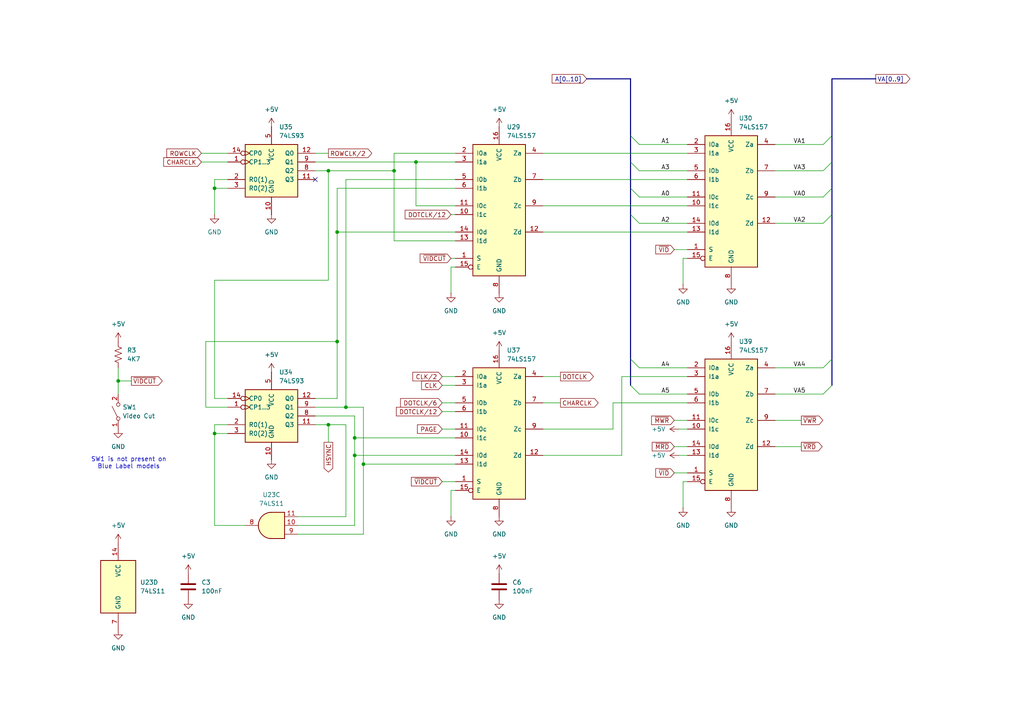
<source format=kicad_sch>
(kicad_sch (version 20231120) (generator "eeschema") (generator_version "8.0")
  (paper "A4")
  (title_block (title "Dick Smith System 80 Video and Cassette") (date "1980"))
  (lib_symbols
    (symbol "74xx:74LS11" (pin_names (offset 1.016))
      (property "Reference" "U" (at 0 1.27 0))
      (property "Value" "74LS11" (at 0 -1.27 0))
      (symbol "74LS11_1_1"
        (arc (start 0 -3.81) (mid 3.7934 0) (end 0 3.81) (stroke (width 0.254)) (fill (type background)))
        (polyline (pts (xy 0 3.81) (xy -3.81 3.81) (xy -3.81 -3.81) (xy 0 -3.81)) (stroke (width 0.254)) (fill (type background)))
        (pin input line (at -7.62 2.54 0) (length 3.81) (name "~") (number "1"))
        (pin output line (at 7.62 0 180) (length 3.81) (name "~") (number "12"))
        (pin input line (at -7.62 -2.54 0) (length 3.81) (name "~") (number "13"))
        (pin input line (at -7.62 0 0) (length 3.81) (name "~") (number "2"))
      )
      (symbol "74LS11_1_2"
        (arc (start -3.81 -3.81) (mid -2.589 0) (end -3.81 3.81) (stroke (width 0.254)))
        (arc (start -0.6096 -3.81) (mid 2.1842 -2.5851) (end 3.81 0) (stroke (width 0.254)) (fill (type background)))
        (polyline (pts (xy -3.81 -3.81) (xy -0.635 -3.81)) (stroke (width 0.254)) (fill (type background)))
        (polyline (pts (xy -3.81 3.81) (xy -0.635 3.81)) (stroke (width 0.254)) (fill (type background)))
        (polyline (pts (xy -0.635 3.81) (xy -3.81 3.81) (xy -3.81 3.81) (xy -3.556 3.4036) (xy -3.0226 2.2606) (xy -2.6924 1.0414) (xy -2.6162 -0.254) (xy -2.7686 -1.4986) (xy -3.175 -2.7178) (xy -3.81 -3.81) (xy -3.81 -3.81) (xy -0.635 -3.81)) (stroke (width -25.4)) (fill (type background)))
        (arc (start 3.81 0) (mid 2.1915 2.5936) (end -0.6096 3.81) (stroke (width 0.254)) (fill (type background)))
        (pin input inverted (at -7.62 2.54 0) (length 4.318) (name "~") (number "1"))
        (pin output inverted (at 7.62 0 180) (length 3.81) (name "~") (number "12"))
        (pin input inverted (at -7.62 -2.54 0) (length 4.318) (name "~") (number "13"))
        (pin input inverted (at -7.62 0 0) (length 4.953) (name "~") (number "2"))
      )
      (symbol "74LS11_2_1"
        (arc (start 0 -3.81) (mid 3.7934 0) (end 0 3.81) (stroke (width 0.254)) (fill (type background)))
        (polyline (pts (xy 0 3.81) (xy -3.81 3.81) (xy -3.81 -3.81) (xy 0 -3.81)) (stroke (width 0.254)) (fill (type background)))
        (pin input line (at -7.62 2.54 0) (length 3.81) (name "~") (number "3"))
        (pin input line (at -7.62 0 0) (length 3.81) (name "~") (number "4"))
        (pin input line (at -7.62 -2.54 0) (length 3.81) (name "~") (number "5"))
        (pin output line (at 7.62 0 180) (length 3.81) (name "~") (number "6"))
      )
      (symbol "74LS11_2_2"
        (arc (start -3.81 -3.81) (mid -2.589 0) (end -3.81 3.81) (stroke (width 0.254)))
        (arc (start -0.6096 -3.81) (mid 2.1842 -2.5851) (end 3.81 0) (stroke (width 0.254)) (fill (type background)))
        (polyline (pts (xy -3.81 -3.81) (xy -0.635 -3.81)) (stroke (width 0.254)) (fill (type background)))
        (polyline (pts (xy -3.81 3.81) (xy -0.635 3.81)) (stroke (width 0.254)) (fill (type background)))
        (polyline (pts (xy -0.635 3.81) (xy -3.81 3.81) (xy -3.81 3.81) (xy -3.556 3.4036) (xy -3.0226 2.2606) (xy -2.6924 1.0414) (xy -2.6162 -0.254) (xy -2.7686 -1.4986) (xy -3.175 -2.7178) (xy -3.81 -3.81) (xy -3.81 -3.81) (xy -0.635 -3.81)) (stroke (width -25.4)) (fill (type background)))
        (arc (start 3.81 0) (mid 2.1915 2.5936) (end -0.6096 3.81) (stroke (width 0.254)) (fill (type background)))
        (pin input inverted (at -7.62 2.54 0) (length 4.318) (name "~") (number "3"))
        (pin input inverted (at -7.62 0 0) (length 4.953) (name "~") (number "4"))
        (pin input inverted (at -7.62 -2.54 0) (length 4.318) (name "~") (number "5"))
        (pin output inverted (at 7.62 0 180) (length 3.81) (name "~") (number "6"))
      )
      (symbol "74LS11_3_1"
        (arc (start 0 -3.81) (mid 3.7934 0) (end 0 3.81) (stroke (width 0.254)) (fill (type background)))
        (polyline (pts (xy 0 3.81) (xy -3.81 3.81) (xy -3.81 -3.81) (xy 0 -3.81)) (stroke (width 0.254)) (fill (type background)))
        (pin input line (at -7.62 0 0) (length 3.81) (name "~") (number "10"))
        (pin input line (at -7.62 -2.54 0) (length 3.81) (name "~") (number "11"))
        (pin output line (at 7.62 0 180) (length 3.81) (name "~") (number "8"))
        (pin input line (at -7.62 2.54 0) (length 3.81) (name "~") (number "9"))
      )
      (symbol "74LS11_3_2"
        (arc (start -3.81 -3.81) (mid -2.589 0) (end -3.81 3.81) (stroke (width 0.254)))
        (arc (start -0.6096 -3.81) (mid 2.1842 -2.5851) (end 3.81 0) (stroke (width 0.254)) (fill (type background)))
        (polyline (pts (xy -3.81 -3.81) (xy -0.635 -3.81)) (stroke (width 0.254)) (fill (type background)))
        (polyline (pts (xy -3.81 3.81) (xy -0.635 3.81)) (stroke (width 0.254)) (fill (type background)))
        (polyline (pts (xy -0.635 3.81) (xy -3.81 3.81) (xy -3.81 3.81) (xy -3.556 3.4036) (xy -3.0226 2.2606) (xy -2.6924 1.0414) (xy -2.6162 -0.254) (xy -2.7686 -1.4986) (xy -3.175 -2.7178) (xy -3.81 -3.81) (xy -3.81 -3.81) (xy -0.635 -3.81)) (stroke (width -25.4)) (fill (type background)))
        (arc (start 3.81 0) (mid 2.1915 2.5936) (end -0.6096 3.81) (stroke (width 0.254)) (fill (type background)))
        (pin input inverted (at -7.62 0 0) (length 4.953) (name "~") (number "10"))
        (pin input inverted (at -7.62 -2.54 0) (length 4.318) (name "~") (number "11"))
        (pin output inverted (at 7.62 0 180) (length 3.81) (name "~") (number "8"))
        (pin input inverted (at -7.62 2.54 0) (length 4.318) (name "~") (number "9"))
      )
      (symbol "74LS11_4_0"
        (pin power_in line (at 0 12.7 270) (length 5.08) (name "VCC") (number "14"))
        (pin power_in line (at 0 -12.7 90) (length 5.08) (name "GND") (number "7"))
      )
      (symbol "74LS11_4_1"
        (rectangle (start -5.08 7.62) (end 5.08 -7.62) (stroke (width 0.254)) (fill (type background)))
      )
    )
    (symbol "74xx:74LS157" (pin_names (offset 1.016))
      (property "Reference" "U" (at -7.62 19.05 0))
      (property "Value" "74LS157" (at -7.62 -21.59 0))
      (symbol "74LS157_1_0"
        (pin input line (at -12.7 -15.24 0) (length 5.08) (name "S") (number "1"))
        (pin input line (at -12.7 -2.54 0) (length 5.08) (name "I1c") (number "10"))
        (pin input line (at -12.7 0 0) (length 5.08) (name "I0c") (number "11"))
        (pin output line (at 12.7 -7.62 180) (length 5.08) (name "Zd") (number "12"))
        (pin input line (at -12.7 -10.16 0) (length 5.08) (name "I1d") (number "13"))
        (pin input line (at -12.7 -7.62 0) (length 5.08) (name "I0d") (number "14"))
        (pin input inverted (at -12.7 -17.78 0) (length 5.08) (name "E") (number "15"))
        (pin power_in line (at 0 22.86 270) (length 5.08) (name "VCC") (number "16"))
        (pin input line (at -12.7 15.24 0) (length 5.08) (name "I0a") (number "2"))
        (pin input line (at -12.7 12.7 0) (length 5.08) (name "I1a") (number "3"))
        (pin output line (at 12.7 15.24 180) (length 5.08) (name "Za") (number "4"))
        (pin input line (at -12.7 7.62 0) (length 5.08) (name "I0b") (number "5"))
        (pin input line (at -12.7 5.08 0) (length 5.08) (name "I1b") (number "6"))
        (pin output line (at 12.7 7.62 180) (length 5.08) (name "Zb") (number "7"))
        (pin power_in line (at 0 -25.4 90) (length 5.08) (name "GND") (number "8"))
        (pin output line (at 12.7 0 180) (length 5.08) (name "Zc") (number "9"))
      )
      (symbol "74LS157_1_1"
        (rectangle (start -7.62 17.78) (end 7.62 -20.32) (stroke (width 0.254)) (fill (type background)))
      )
    )
    (symbol "74xx:74LS93" (pin_names (offset 1.016))
      (property "Reference" "U" (at -7.62 8.89 0))
      (property "Value" "74LS93" (at -7.62 -8.89 0))
      (symbol "74LS93_1_0"
        (pin input inverted_clock (at -12.7 2.54 0) (length 5.08) (name "CP1..3") (number "1"))
        (pin power_in line (at 0 -12.7 90) (length 5.08) (name "GND") (number "10"))
        (pin output line (at 12.7 -2.54 180) (length 5.08) (name "Q3") (number "11"))
        (pin output line (at 12.7 5.08 180) (length 5.08) (name "Q0") (number "12"))
        (pin input inverted_clock (at -12.7 5.08 0) (length 5.08) (name "CP0") (number "14"))
        (pin input line (at -12.7 -2.54 0) (length 5.08) (name "R0(1)") (number "2"))
        (pin input line (at -12.7 -5.08 0) (length 5.08) (name "R0(2)") (number "3"))
        (pin power_in line (at 0 12.7 270) (length 5.08) (name "VCC") (number "5"))
        (pin output line (at 12.7 0 180) (length 5.08) (name "Q2") (number "8"))
        (pin output line (at 12.7 2.54 180) (length 5.08) (name "Q1") (number "9"))
      )
      (symbol "74LS93_1_1"
        (rectangle (start -7.62 7.62) (end 7.62 -7.62) (stroke (width 0.254)) (fill (type background)))
      )
    )
    (symbol "Device:C" (pin_numbers hide) (pin_names (offset 0.254))
      (property "Reference" "C" (at 0.635 2.54 0))
      (property "Value" "C" (at 0.635 -2.54 0))
      (symbol "C_0_1"
        (polyline (pts (xy -2.032 -0.762) (xy 2.032 -0.762)) (stroke (width 0.508)))
        (polyline (pts (xy -2.032 0.762) (xy 2.032 0.762)) (stroke (width 0.508)))
      )
      (symbol "C_1_1"
        (pin passive line (at 0 3.81 270) (length 2.794) (name "~") (number "1"))
        (pin passive line (at 0 -3.81 90) (length 2.794) (name "~") (number "2"))
      )
    )
    (symbol "Device:R_US" (pin_numbers hide) (pin_names (offset 0))
      (property "Reference" "R" (at 2.54 0 90))
      (property "Value" "R_US" (at -2.54 0 90))
      (symbol "R_US_0_1"
        (polyline (pts (xy 0 -2.286) (xy 0 -2.54)))
        (polyline (pts (xy 0 2.286) (xy 0 2.54)))
        (polyline (pts (xy 0 -0.762) (xy 1.016 -1.143) (xy 0 -1.524) (xy -1.016 -1.905) (xy 0 -2.286)))
        (polyline (pts (xy 0 0.762) (xy 1.016 0.381) (xy 0 0) (xy -1.016 -0.381) (xy 0 -0.762)))
        (polyline (pts (xy 0 2.286) (xy 1.016 1.905) (xy 0 1.524) (xy -1.016 1.143) (xy 0 0.762)))
      )
      (symbol "R_US_1_1"
        (pin passive line (at 0 3.81 270) (length 1.27) (name "~") (number "1"))
        (pin passive line (at 0 -3.81 90) (length 1.27) (name "~") (number "2"))
      )
    )
    (symbol "Switch:SW_SPST" (pin_names (offset 0) hide)
      (property "Reference" "SW" (at 0 3.175 0))
      (property "Value" "SW_SPST" (at 0 -2.54 0))
      (symbol "SW_SPST_0_0"
        (circle (center -2.032 0) (radius 0.508))
        (polyline (pts (xy -1.524 0.254) (xy 1.524 1.778)))
        (circle (center 2.032 0) (radius 0.508))
      )
      (symbol "SW_SPST_1_1"
        (pin passive line (at -5.08 0 0) (length 2.54) (name "A") (number "1"))
        (pin passive line (at 5.08 0 180) (length 2.54) (name "B") (number "2"))
      )
    )
    (symbol "power:+5V" (power) (pin_numbers hide) (pin_names (offset 0) hide)
      (property "Value" "+5V" (at 0 3.556 0))
      (symbol "+5V_0_1"
        (polyline (pts (xy -0.762 1.27) (xy 0 2.54)))
        (polyline (pts (xy 0 0) (xy 0 2.54)))
        (polyline (pts (xy 0 2.54) (xy 0.762 1.27)))
      )
      (symbol "+5V_1_1"
        (pin power_in line (at 0 0 90) (length 0) (name "~") (number "1"))
      )
    )
    (symbol "power:GND" (power) (pin_numbers hide) (pin_names (offset 0) hide)
      (property "Value" "GND" (at 0 -3.81 0))
      (symbol "GND_0_1"
        (polyline (pts (xy 0 0) (xy 0 -1.27) (xy 1.27 -1.27) (xy 0 -2.54) (xy -1.27 -1.27) (xy 0 -1.27)))
      )
      (symbol "GND_1_1"
        (pin power_in line (at 0 0 270) (length 0) (name "~") (number "1"))
      )
    )
  )
  (junction (at 95.25 49.53))
  (junction (at 100.33 118.11))
  (junction (at 105.41 134.62))
  (junction (at 97.79 99.06))
  (junction (at 102.87 127))
  (junction (at 62.23 54.61))
  (junction (at 95.25 123.19))
  (junction (at 120.65 46.99))
  (junction (at 34.29 110.49))
  (junction (at 102.87 132.08))
  (junction (at 97.79 67.31))
  (junction (at 114.3 49.53))
  (junction (at 62.23 125.73))
  (no_connect (at 91.44 52.07))
  (bus_entry (at 182.88 111.76) (size 2.54 2.54))
  (bus_entry (at 182.88 62.23) (size 2.54 2.54))
  (bus_entry (at 182.88 39.37) (size 2.54 2.54))
  (bus_entry (at 241.3 46.99) (size -2.54 2.54))
  (bus_entry (at 241.3 104.14) (size -2.54 2.54))
  (bus_entry (at 241.3 54.61) (size -2.54 2.54))
  (bus_entry (at 182.88 46.99) (size 2.54 2.54))
  (bus_entry (at 241.3 111.76) (size -2.54 2.54))
  (bus_entry (at 241.3 39.37) (size -2.54 2.54))
  (bus_entry (at 241.3 62.23) (size -2.54 2.54))
  (bus_entry (at 182.88 104.14) (size 2.54 2.54))
  (bus_entry (at 182.88 54.61) (size 2.54 2.54))
  (wire (pts (xy 62.23 115.57) (xy 66.04 115.57)))
  (wire (pts (xy 157.48 59.69) (xy 199.39 59.69)))
  (wire (pts (xy 157.48 52.07) (xy 199.39 52.07)))
  (wire (pts (xy 91.44 120.65) (xy 102.87 120.65)))
  (wire (pts (xy 196.85 132.08) (xy 199.39 132.08)))
  (bus (pts (xy 182.88 62.23) (xy 182.88 104.14)))
  (wire (pts (xy 185.42 114.3) (xy 199.39 114.3)))
  (wire (pts (xy 62.23 125.73) (xy 62.23 152.4)))
  (wire (pts (xy 185.42 57.15) (xy 199.39 57.15)))
  (wire (pts (xy 105.41 118.11) (xy 105.41 134.62)))
  (wire (pts (xy 130.81 142.24) (xy 132.08 142.24)))
  (wire (pts (xy 180.34 132.08) (xy 180.34 109.22)))
  (wire (pts (xy 62.23 81.28) (xy 62.23 115.57)))
  (wire (pts (xy 128.27 116.84) (xy 132.08 116.84)))
  (wire (pts (xy 62.23 54.61) (xy 66.04 54.61)))
  (wire (pts (xy 196.85 124.46) (xy 199.39 124.46)))
  (wire (pts (xy 59.69 118.11) (xy 66.04 118.11)))
  (bus (pts (xy 241.3 104.14) (xy 241.3 111.76)))
  (wire (pts (xy 132.08 52.07) (xy 100.33 52.07)))
  (wire (pts (xy 95.25 123.19) (xy 95.25 128.27)))
  (wire (pts (xy 198.12 82.55) (xy 198.12 74.93)))
  (wire (pts (xy 97.79 54.61) (xy 97.79 67.31)))
  (wire (pts (xy 195.58 121.92) (xy 199.39 121.92)))
  (wire (pts (xy 157.48 109.22) (xy 162.56 109.22)))
  (bus (pts (xy 182.88 39.37) (xy 182.88 46.99)))
  (wire (pts (xy 195.58 137.16) (xy 199.39 137.16)))
  (wire (pts (xy 120.65 46.99) (xy 132.08 46.99)))
  (wire (pts (xy 62.23 125.73) (xy 66.04 125.73)))
  (wire (pts (xy 58.42 44.45) (xy 66.04 44.45)))
  (wire (pts (xy 185.42 106.68) (xy 199.39 106.68)))
  (wire (pts (xy 130.81 85.09) (xy 130.81 77.47)))
  (wire (pts (xy 91.44 46.99) (xy 120.65 46.99)))
  (wire (pts (xy 97.79 67.31) (xy 97.79 99.06)))
  (wire (pts (xy 157.48 116.84) (xy 162.56 116.84)))
  (wire (pts (xy 105.41 154.94) (xy 86.36 154.94)))
  (wire (pts (xy 130.81 149.86) (xy 130.81 142.24)))
  (wire (pts (xy 132.08 67.31) (xy 97.79 67.31)))
  (wire (pts (xy 100.33 123.19) (xy 95.25 123.19)))
  (wire (pts (xy 198.12 139.7) (xy 199.39 139.7)))
  (wire (pts (xy 198.12 74.93) (xy 199.39 74.93)))
  (wire (pts (xy 100.33 123.19) (xy 100.33 149.86)))
  (wire (pts (xy 97.79 99.06) (xy 59.69 99.06)))
  (wire (pts (xy 91.44 44.45) (xy 95.25 44.45)))
  (wire (pts (xy 105.41 134.62) (xy 105.41 154.94)))
  (bus (pts (xy 241.3 46.99) (xy 241.3 54.61)))
  (wire (pts (xy 128.27 109.22) (xy 132.08 109.22)))
  (wire (pts (xy 130.81 77.47) (xy 132.08 77.47)))
  (wire (pts (xy 177.8 116.84) (xy 199.39 116.84)))
  (wire (pts (xy 114.3 44.45) (xy 114.3 49.53)))
  (wire (pts (xy 195.58 129.54) (xy 199.39 129.54)))
  (wire (pts (xy 97.79 115.57) (xy 97.79 99.06)))
  (wire (pts (xy 102.87 120.65) (xy 102.87 127)))
  (wire (pts (xy 128.27 119.38) (xy 132.08 119.38)))
  (wire (pts (xy 86.36 149.86) (xy 100.33 149.86)))
  (wire (pts (xy 157.48 44.45) (xy 199.39 44.45)))
  (wire (pts (xy 105.41 134.62) (xy 132.08 134.62)))
  (wire (pts (xy 185.42 64.77) (xy 199.39 64.77)))
  (wire (pts (xy 59.69 99.06) (xy 59.69 118.11)))
  (wire (pts (xy 132.08 69.85) (xy 114.3 69.85)))
  (wire (pts (xy 195.58 72.39) (xy 199.39 72.39)))
  (wire (pts (xy 34.29 110.49) (xy 34.29 114.3)))
  (wire (pts (xy 62.23 62.23) (xy 62.23 54.61)))
  (wire (pts (xy 91.44 49.53) (xy 95.25 49.53)))
  (wire (pts (xy 130.81 62.23) (xy 132.08 62.23)))
  (bus (pts (xy 241.3 54.61) (xy 241.3 62.23)))
  (wire (pts (xy 224.79 121.92) (xy 232.41 121.92)))
  (wire (pts (xy 185.42 49.53) (xy 199.39 49.53)))
  (bus (pts (xy 182.88 22.86) (xy 182.88 39.37)))
  (bus (pts (xy 241.3 62.23) (xy 241.3 104.14)))
  (wire (pts (xy 157.48 67.31) (xy 199.39 67.31)))
  (wire (pts (xy 198.12 147.32) (xy 198.12 139.7)))
  (wire (pts (xy 238.76 106.68) (xy 224.79 106.68)))
  (wire (pts (xy 157.48 132.08) (xy 180.34 132.08)))
  (wire (pts (xy 120.65 59.69) (xy 120.65 46.99)))
  (wire (pts (xy 238.76 49.53) (xy 224.79 49.53)))
  (wire (pts (xy 132.08 59.69) (xy 120.65 59.69)))
  (wire (pts (xy 238.76 57.15) (xy 224.79 57.15)))
  (wire (pts (xy 132.08 44.45) (xy 114.3 44.45)))
  (wire (pts (xy 180.34 109.22) (xy 199.39 109.22)))
  (wire (pts (xy 95.25 49.53) (xy 95.25 81.28)))
  (wire (pts (xy 114.3 49.53) (xy 95.25 49.53)))
  (wire (pts (xy 102.87 127) (xy 132.08 127)))
  (wire (pts (xy 95.25 123.19) (xy 91.44 123.19)))
  (wire (pts (xy 91.44 118.11) (xy 100.33 118.11)))
  (wire (pts (xy 128.27 124.46) (xy 132.08 124.46)))
  (bus (pts (xy 241.3 22.86) (xy 241.3 39.37)))
  (wire (pts (xy 58.42 46.99) (xy 66.04 46.99)))
  (wire (pts (xy 114.3 69.85) (xy 114.3 49.53)))
  (wire (pts (xy 128.27 111.76) (xy 132.08 111.76)))
  (wire (pts (xy 238.76 114.3) (xy 224.79 114.3)))
  (wire (pts (xy 157.48 124.46) (xy 177.8 124.46)))
  (wire (pts (xy 34.29 110.49) (xy 38.1 110.49)))
  (bus (pts (xy 182.88 104.14) (xy 182.88 111.76)))
  (wire (pts (xy 100.33 52.07) (xy 100.33 118.11)))
  (bus (pts (xy 182.88 54.61) (xy 182.88 62.23)))
  (wire (pts (xy 238.76 41.91) (xy 224.79 41.91)))
  (bus (pts (xy 182.88 46.99) (xy 182.88 54.61)))
  (wire (pts (xy 34.29 106.68) (xy 34.29 110.49)))
  (wire (pts (xy 102.87 132.08) (xy 102.87 152.4)))
  (wire (pts (xy 62.23 52.07) (xy 66.04 52.07)))
  (wire (pts (xy 95.25 81.28) (xy 62.23 81.28)))
  (bus (pts (xy 254 22.86) (xy 241.3 22.86)))
  (wire (pts (xy 185.42 41.91) (xy 199.39 41.91)))
  (wire (pts (xy 100.33 118.11) (xy 105.41 118.11)))
  (wire (pts (xy 238.76 64.77) (xy 224.79 64.77)))
  (wire (pts (xy 62.23 123.19) (xy 66.04 123.19)))
  (wire (pts (xy 102.87 152.4) (xy 86.36 152.4)))
  (wire (pts (xy 130.81 74.93) (xy 132.08 74.93)))
  (bus (pts (xy 170.18 22.86) (xy 182.88 22.86)))
  (wire (pts (xy 71.12 152.4) (xy 62.23 152.4)))
  (wire (pts (xy 62.23 125.73) (xy 62.23 123.19)))
  (wire (pts (xy 177.8 124.46) (xy 177.8 116.84)))
  (wire (pts (xy 102.87 127) (xy 102.87 132.08)))
  (wire (pts (xy 102.87 132.08) (xy 132.08 132.08)))
  (bus (pts (xy 241.3 39.37) (xy 241.3 46.99)))
  (wire (pts (xy 62.23 54.61) (xy 62.23 52.07)))
  (wire (pts (xy 132.08 54.61) (xy 97.79 54.61)))
  (wire (pts (xy 224.79 129.54) (xy 232.41 129.54)))
  (wire (pts (xy 128.27 139.7) (xy 132.08 139.7)))
  (wire (pts (xy 91.44 115.57) (xy 97.79 115.57)))
  (text "SW1 is not present on\nBlue Label models" (at 37.338 134.366 0) (effects (font (size 1.27 1.27))))
  (label "VA2" (at 233.68 64.77 180))
  (label "VA3" (at 233.68 49.53 180))
  (label "A1" (at 191.77 41.91 0))
  (label "A4" (at 191.77 106.68 0))
  (label "A0" (at 191.77 57.15 0))
  (label "VA5" (at 233.68 114.3 180))
  (label "VA4" (at 233.68 106.68 180))
  (label "VA1" (at 233.68 41.91 180))
  (label "A2" (at 191.77 64.77 0))
  (label "VA0" (at 233.68 57.15 180))
  (label "A3" (at 191.77 49.53 0))
  (label "A5" (at 191.77 114.3 0))
  (global_label "DOTCLK" (shape output) (at 162.56 109.22 0) (property "Intersheetrefs" "${INTERSHEET_REFS}" (effects (hide yes))))
  (global_label "DOTCLK{slash}12" (shape input) (at 130.81 62.23 180) (property "Intersheetrefs" "${INTERSHEET_REFS}" (effects (hide yes))))
  (global_label "~{VWR}" (shape output) (at 232.41 121.92 0) (property "Intersheetrefs" "${INTERSHEET_REFS}" (effects (hide yes))))
  (global_label "CLK" (shape input) (at 128.27 111.76 180) (property "Intersheetrefs" "${INTERSHEET_REFS}" (effects (hide yes))))
  (global_label "HSYNC" (shape output) (at 95.25 128.27 270) (property "Intersheetrefs" "${INTERSHEET_REFS}" (effects (hide yes))))
  (global_label "~{MWR}" (shape input) (at 195.58 121.92 180) (property "Intersheetrefs" "${INTERSHEET_REFS}" (effects (hide yes))))
  (global_label "ROWCLK{slash}2" (shape output) (at 95.25 44.45 0) (property "Intersheetrefs" "${INTERSHEET_REFS}" (effects (hide yes))))
  (global_label "~{VID}" (shape input) (at 195.58 137.16 180) (property "Intersheetrefs" "${INTERSHEET_REFS}" (effects (hide yes))))
  (global_label "~{VIDCUT}" (shape input) (at 130.81 74.93 180) (property "Intersheetrefs" "${INTERSHEET_REFS}" (effects (hide yes))))
  (global_label "CLK{slash}2" (shape input) (at 128.27 109.22 180) (property "Intersheetrefs" "${INTERSHEET_REFS}" (effects (hide yes))))
  (global_label "ROWCLK" (shape input) (at 58.42 44.45 180) (property "Intersheetrefs" "${INTERSHEET_REFS}" (effects (hide yes))))
  (global_label "~{MRD}" (shape input) (at 195.58 129.54 180) (property "Intersheetrefs" "${INTERSHEET_REFS}" (effects (hide yes))))
  (global_label "PAGE" (shape input) (at 128.27 124.46 180) (property "Intersheetrefs" "${INTERSHEET_REFS}" (effects (hide yes))))
  (global_label "A[0..10]" (shape input) (at 170.18 22.86 180) (property "Intersheetrefs" "${INTERSHEET_REFS}" (effects (hide yes))))
  (global_label "DOTCLK{slash}6" (shape input) (at 128.27 116.84 180) (property "Intersheetrefs" "${INTERSHEET_REFS}" (effects (hide yes))))
  (global_label "CHARCLK" (shape input) (at 58.42 46.99 180) (property "Intersheetrefs" "${INTERSHEET_REFS}" (effects (hide yes))))
  (global_label "VA[0..9]" (shape output) (at 254 22.86 0) (property "Intersheetrefs" "${INTERSHEET_REFS}" (effects (hide yes))))
  (global_label "~{VID}" (shape input) (at 195.58 72.39 180) (property "Intersheetrefs" "${INTERSHEET_REFS}" (effects (hide yes))))
  (global_label "~{VIDCUT}" (shape input) (at 128.27 139.7 180) (property "Intersheetrefs" "${INTERSHEET_REFS}" (effects (hide yes))))
  (global_label "~{VIDCUT}" (shape output) (at 38.1 110.49 0) (property "Intersheetrefs" "${INTERSHEET_REFS}" (effects (hide yes))))
  (global_label "~{VRD}" (shape output) (at 232.41 129.54 0) (property "Intersheetrefs" "${INTERSHEET_REFS}" (effects (hide yes))))
  (global_label "CHARCLK" (shape output) (at 162.56 116.84 0) (property "Intersheetrefs" "${INTERSHEET_REFS}" (effects (hide yes))))
  (global_label "DOTCLK{slash}12" (shape input) (at 128.27 119.38 180) (property "Intersheetrefs" "${INTERSHEET_REFS}" (effects (hide yes))))
  (symbol (lib_id "74xx:74LS157") (at 144.78 59.69 0) (unit 1)
    (property "Reference" "U29" (at 146.9741 36.83 0) (effects (justify left)))
    (property "Value" "74LS157" (at 146.9741 39.37 0) (effects (justify left)))
    (property "Footprint" "Package_DIP:DIP-16_W7.62mm" (effects (hide yes)))
    (property "Datasheet" "http://www.ti.com/lit/gpn/sn74LS157" (effects (hide yes)))
    (property "Description" "Quad 2 to 1 line Multiplexer" (effects (hide yes)))
  )
  (symbol (lib_id "power:GND") (at 144.78 85.09 0) (unit 1)
    (property "Reference" "#PWR028" (effects (hide yes)))
    (property "Value" "GND" (at 144.78 90.17 0))
    (property "Description" "Power symbol creates a global label with name \"GND\" , ground" (effects (hide yes)))
  )
  (symbol (lib_id "Device:R_US") (at 34.29 102.87 0) (unit 1)
    (property "Reference" "R3" (at 36.83 101.5999 0) (effects (justify left)))
    (property "Value" "4K7" (at 36.83 104.1399 0) (effects (justify left)))
    (property "Description" "Resistor, US symbol" (effects (hide yes)))
  )
  (symbol (lib_id "74xx:74LS93") (at 78.74 120.65 0) (unit 1)
    (property "Reference" "U34" (at 80.9341 107.95 0) (effects (justify left)))
    (property "Value" "74LS93" (at 80.9341 110.49 0) (effects (justify left)))
    (property "Footprint" "Package_DIP:DIP-14_W7.62mm" (effects (hide yes)))
    (property "Datasheet" "http://www.ti.com/lit/gpn/sn74LS93" (effects (hide yes)))
    (property "Description" "Divide by 2 & 8 counter" (effects (hide yes)))
  )
  (symbol (lib_id "Device:C") (at 54.61 170.18 0) (unit 1)
    (property "Reference" "C3" (at 58.42 168.9099 0) (effects (justify left)))
    (property "Value" "100nF" (at 58.42 171.4499 0) (effects (justify left)))
    (property "Description" "Unpolarized capacitor" (effects (hide yes)))
  )
  (symbol (lib_id "power:GND") (at 54.61 173.99 0) (unit 1)
    (property "Reference" "#PWR0177" (effects (hide yes)))
    (property "Value" "GND" (at 54.61 179.07 0))
    (property "Description" "Power symbol creates a global label with name \"GND\" , ground" (effects (hide yes)))
  )
  (symbol (lib_id "Device:C") (at 144.78 170.18 0) (unit 1)
    (property "Reference" "C6" (at 148.59 168.9099 0) (effects (justify left)))
    (property "Value" "100nF" (at 148.59 171.4499 0) (effects (justify left)))
    (property "Description" "Unpolarized capacitor" (effects (hide yes)))
  )
  (symbol (lib_id "power:+5V") (at 144.78 101.6 0) (unit 1)
    (property "Reference" "#PWR033" (effects (hide yes)))
    (property "Value" "+5V" (at 144.78 96.52 0))
    (property "Description" "Power symbol creates a global label with name \"+5V\"" (effects (hide yes)))
  )
  (symbol (lib_id "74xx:74LS11") (at 78.74 152.4 180) (unit 3)
    (property "Reference" "U23" (at 78.7483 143.51 0))
    (property "Value" "74LS11" (at 78.7483 146.05 0))
    (property "Footprint" "Package_DIP:DIP-14_W7.62mm" (effects (hide yes)))
    (property "Datasheet" "http://www.ti.com/lit/gpn/sn74LS11" (effects (hide yes)))
    (property "Description" "Triple 3-input AND" (effects (hide yes)))
  )
  (symbol (lib_id "power:GND") (at 198.12 82.55 0) (unit 1)
    (property "Reference" "#PWR030" (effects (hide yes)))
    (property "Value" "GND" (at 198.12 87.63 0))
    (property "Description" "Power symbol creates a global label with name \"GND\" , ground" (effects (hide yes)))
  )
  (symbol (lib_id "power:+5V") (at 34.29 99.06 0) (unit 1)
    (property "Reference" "#PWR037" (effects (hide yes)))
    (property "Value" "+5V" (at 34.29 93.98 0))
    (property "Description" "Power symbol creates a global label with name \"+5V\"" (effects (hide yes)))
  )
  (symbol (lib_id "power:+5V") (at 196.85 132.08 90) (unit 1)
    (property "Reference" "#PWR041" (effects (hide yes)))
    (property "Value" "+5V" (at 193.04 132.0799 90) (effects (justify left)))
    (property "Description" "Power symbol creates a global label with name \"+5V\"" (effects (hide yes)))
  )
  (symbol (lib_id "power:GND") (at 144.78 149.86 0) (unit 1)
    (property "Reference" "#PWR034" (effects (hide yes)))
    (property "Value" "GND" (at 144.78 154.94 0))
    (property "Description" "Power symbol creates a global label with name \"GND\" , ground" (effects (hide yes)))
  )
  (symbol (lib_id "power:+5V") (at 144.78 36.83 0) (unit 1)
    (property "Reference" "#PWR027" (effects (hide yes)))
    (property "Value" "+5V" (at 144.78 31.75 0))
    (property "Description" "Power symbol creates a global label with name \"+5V\"" (effects (hide yes)))
  )
  (symbol (lib_id "74xx:74LS157") (at 212.09 121.92 0) (unit 1)
    (property "Reference" "U39" (at 214.2841 99.06 0) (effects (justify left)))
    (property "Value" "74LS157" (at 214.2841 101.6 0) (effects (justify left)))
    (property "Footprint" "Package_DIP:DIP-16_W7.62mm" (effects (hide yes)))
    (property "Datasheet" "http://www.ti.com/lit/gpn/sn74LS157" (effects (hide yes)))
    (property "Description" "Quad 2 to 1 line Multiplexer" (effects (hide yes)))
  )
  (symbol (lib_id "power:+5V") (at 78.74 107.95 0) (unit 1)
    (property "Reference" "#PWR025" (effects (hide yes)))
    (property "Value" "+5V" (at 78.74 102.87 0))
    (property "Description" "Power symbol creates a global label with name \"+5V\"" (effects (hide yes)))
  )
  (symbol (lib_id "74xx:74LS157") (at 212.09 57.15 0) (unit 1)
    (property "Reference" "U30" (at 214.2841 34.29 0) (effects (justify left)))
    (property "Value" "74LS157" (at 214.2841 36.83 0) (effects (justify left)))
    (property "Footprint" "Package_DIP:DIP-16_W7.62mm" (effects (hide yes)))
    (property "Datasheet" "http://www.ti.com/lit/gpn/sn74LS157" (effects (hide yes)))
    (property "Description" "Quad 2 to 1 line Multiplexer" (effects (hide yes)))
  )
  (symbol (lib_id "74xx:74LS93") (at 78.74 49.53 0) (unit 1)
    (property "Reference" "U35" (at 80.9341 36.83 0) (effects (justify left)))
    (property "Value" "74LS93" (at 80.9341 39.37 0) (effects (justify left)))
    (property "Footprint" "Package_DIP:DIP-14_W7.62mm" (effects (hide yes)))
    (property "Datasheet" "http://www.ti.com/lit/gpn/sn74LS93" (effects (hide yes)))
    (property "Description" "Divide by 2 & 8 counter" (effects (hide yes)))
  )
  (symbol (lib_id "power:+5V") (at 34.29 157.48 0) (unit 1)
    (property "Reference" "#PWR043" (effects (hide yes)))
    (property "Value" "+5V" (at 34.29 152.4 0))
    (property "Description" "Power symbol creates a global label with name \"+5V\"" (effects (hide yes)))
  )
  (symbol (lib_id "power:+5V") (at 144.78 166.37 0) (unit 1)
    (property "Reference" "#PWR0182" (effects (hide yes)))
    (property "Value" "+5V" (at 144.78 161.29 0))
    (property "Description" "Power symbol creates a global label with name \"+5V\"" (effects (hide yes)))
  )
  (symbol (lib_id "power:GND") (at 144.78 173.99 0) (unit 1)
    (property "Reference" "#PWR0183" (effects (hide yes)))
    (property "Value" "GND" (at 144.78 179.07 0))
    (property "Description" "Power symbol creates a global label with name \"GND\" , ground" (effects (hide yes)))
  )
  (symbol (lib_id "power:+5V") (at 212.09 34.29 0) (unit 1)
    (property "Reference" "#PWR032" (effects (hide yes)))
    (property "Value" "+5V" (at 212.09 29.21 0))
    (property "Description" "Power symbol creates a global label with name \"+5V\"" (effects (hide yes)))
  )
  (symbol (lib_id "power:+5V") (at 78.74 36.83 0) (unit 1)
    (property "Reference" "#PWR023" (effects (hide yes)))
    (property "Value" "+5V" (at 78.74 31.75 0))
    (property "Description" "Power symbol creates a global label with name \"+5V\"" (effects (hide yes)))
  )
  (symbol (lib_id "Switch:SW_SPST") (at 34.29 119.38 90) (unit 1)
    (property "Reference" "SW1" (at 35.56 118.1099 90) (effects (justify right)))
    (property "Value" "Video Cut" (at 35.56 120.6499 90) (effects (justify right)))
    (property "Description" "Single Pole Single Throw (SPST) switch" (effects (hide yes)))
  )
  (symbol (lib_id "power:GND") (at 130.81 149.86 0) (unit 1)
    (property "Reference" "#PWR035" (effects (hide yes)))
    (property "Value" "GND" (at 130.81 154.94 0))
    (property "Description" "Power symbol creates a global label with name \"GND\" , ground" (effects (hide yes)))
  )
  (symbol (lib_id "power:GND") (at 78.74 133.35 0) (unit 1)
    (property "Reference" "#PWR026" (effects (hide yes)))
    (property "Value" "GND" (at 78.74 138.43 0))
    (property "Description" "Power symbol creates a global label with name \"GND\" , ground" (effects (hide yes)))
  )
  (symbol (lib_id "power:GND") (at 78.74 62.23 0) (unit 1)
    (property "Reference" "#PWR024" (effects (hide yes)))
    (property "Value" "GND" (at 78.74 67.31 0))
    (property "Description" "Power symbol creates a global label with name \"GND\" , ground" (effects (hide yes)))
  )
  (symbol (lib_id "power:+5V") (at 54.61 166.37 0) (unit 1)
    (property "Reference" "#PWR0176" (effects (hide yes)))
    (property "Value" "+5V" (at 54.61 161.29 0))
    (property "Description" "Power symbol creates a global label with name \"+5V\"" (effects (hide yes)))
  )
  (symbol (lib_id "power:GND") (at 34.29 124.46 0) (unit 1)
    (property "Reference" "#PWR036" (effects (hide yes)))
    (property "Value" "GND" (at 34.29 129.54 0))
    (property "Description" "Power symbol creates a global label with name \"GND\" , ground" (effects (hide yes)))
  )
  (symbol (lib_id "74xx:74LS11") (at 34.29 170.18 0) (unit 4)
    (property "Reference" "U23" (at 40.64 168.9099 0) (effects (justify left)))
    (property "Value" "74LS11" (at 40.64 171.4499 0) (effects (justify left)))
    (property "Footprint" "Package_DIP:DIP-14_W7.62mm" (effects (hide yes)))
    (property "Datasheet" "http://www.ti.com/lit/gpn/sn74LS11" (effects (hide yes)))
    (property "Description" "Triple 3-input AND" (effects (hide yes)))
  )
  (symbol (lib_id "power:+5V") (at 196.85 124.46 90) (unit 1)
    (property "Reference" "#PWR040" (effects (hide yes)))
    (property "Value" "+5V" (at 193.04 124.4599 90) (effects (justify left)))
    (property "Description" "Power symbol creates a global label with name \"+5V\"" (effects (hide yes)))
  )
  (symbol (lib_id "power:GND") (at 198.12 147.32 0) (unit 1)
    (property "Reference" "#PWR042" (effects (hide yes)))
    (property "Value" "GND" (at 198.12 152.4 0))
    (property "Description" "Power symbol creates a global label with name \"GND\" , ground" (effects (hide yes)))
  )
  (symbol (lib_id "power:+5V") (at 212.09 99.06 0) (unit 1)
    (property "Reference" "#PWR038" (effects (hide yes)))
    (property "Value" "+5V" (at 212.09 93.98 0))
    (property "Description" "Power symbol creates a global label with name \"+5V\"" (effects (hide yes)))
  )
  (symbol (lib_id "power:GND") (at 62.23 62.23 0) (unit 1)
    (property "Reference" "#PWR022" (effects (hide yes)))
    (property "Value" "GND" (at 62.23 67.31 0))
    (property "Description" "Power symbol creates a global label with name \"GND\" , ground" (effects (hide yes)))
  )
  (symbol (lib_id "power:GND") (at 130.81 85.09 0) (unit 1)
    (property "Reference" "#PWR029" (effects (hide yes)))
    (property "Value" "GND" (at 130.81 90.17 0))
    (property "Description" "Power symbol creates a global label with name \"GND\" , ground" (effects (hide yes)))
  )
  (symbol (lib_id "74xx:74LS157") (at 144.78 124.46 0) (unit 1)
    (property "Reference" "U37" (at 146.9741 101.6 0) (effects (justify left)))
    (property "Value" "74LS157" (at 146.9741 104.14 0) (effects (justify left)))
    (property "Footprint" "Package_DIP:DIP-16_W7.62mm" (effects (hide yes)))
    (property "Datasheet" "http://www.ti.com/lit/gpn/sn74LS157" (effects (hide yes)))
    (property "Description" "Quad 2 to 1 line Multiplexer" (effects (hide yes)))
  )
  (symbol (lib_id "power:GND") (at 212.09 82.55 0) (unit 1)
    (property "Reference" "#PWR031" (effects (hide yes)))
    (property "Value" "GND" (at 212.09 87.63 0))
    (property "Description" "Power symbol creates a global label with name \"GND\" , ground" (effects (hide yes)))
  )
  (symbol (lib_id "power:GND") (at 212.09 147.32 0) (unit 1)
    (property "Reference" "#PWR039" (effects (hide yes)))
    (property "Value" "GND" (at 212.09 152.4 0))
    (property "Description" "Power symbol creates a global label with name \"GND\" , ground" (effects (hide yes)))
  )
  (symbol (lib_id "power:GND") (at 34.29 182.88 0) (unit 1)
    (property "Reference" "#PWR044" (effects (hide yes)))
    (property "Value" "GND" (at 34.29 187.96 0))
    (property "Description" "Power symbol creates a global label with name \"GND\" , ground" (effects (hide yes)))
  )
)
</source>
